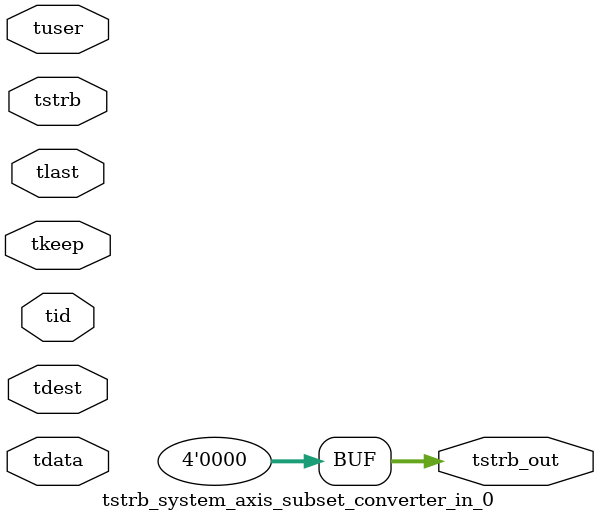
<source format=v>


`timescale 1ps/1ps

module tstrb_system_axis_subset_converter_in_0 #
(
parameter C_S_AXIS_TDATA_WIDTH = 32,
parameter C_S_AXIS_TUSER_WIDTH = 0,
parameter C_S_AXIS_TID_WIDTH   = 0,
parameter C_S_AXIS_TDEST_WIDTH = 0,
parameter C_M_AXIS_TDATA_WIDTH = 32
)
(
input  [(C_S_AXIS_TDATA_WIDTH == 0 ? 1 : C_S_AXIS_TDATA_WIDTH)-1:0     ] tdata,
input  [(C_S_AXIS_TUSER_WIDTH == 0 ? 1 : C_S_AXIS_TUSER_WIDTH)-1:0     ] tuser,
input  [(C_S_AXIS_TID_WIDTH   == 0 ? 1 : C_S_AXIS_TID_WIDTH)-1:0       ] tid,
input  [(C_S_AXIS_TDEST_WIDTH == 0 ? 1 : C_S_AXIS_TDEST_WIDTH)-1:0     ] tdest,
input  [(C_S_AXIS_TDATA_WIDTH/8)-1:0 ] tkeep,
input  [(C_S_AXIS_TDATA_WIDTH/8)-1:0 ] tstrb,
input                                                                    tlast,
output [(C_M_AXIS_TDATA_WIDTH/8)-1:0 ] tstrb_out
);

assign tstrb_out = {1'b0};

endmodule


</source>
